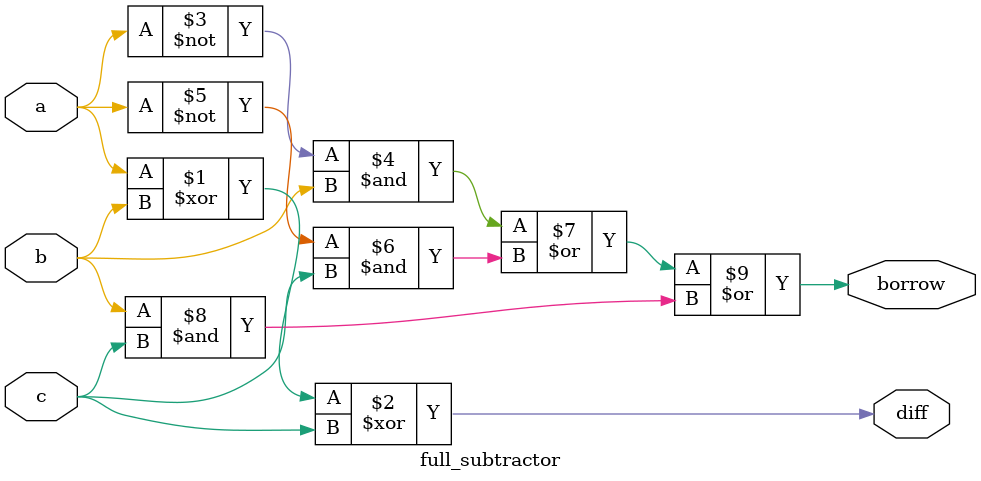
<source format=v>
module full_subtractor(a,b,c,diff,borrow);
  input a,b,c;
  output diff,borrow;
  assign diff= a^b^c;
  assign borrow = (~a & b) | (~a & c) | (b & c);
endmodule

</source>
